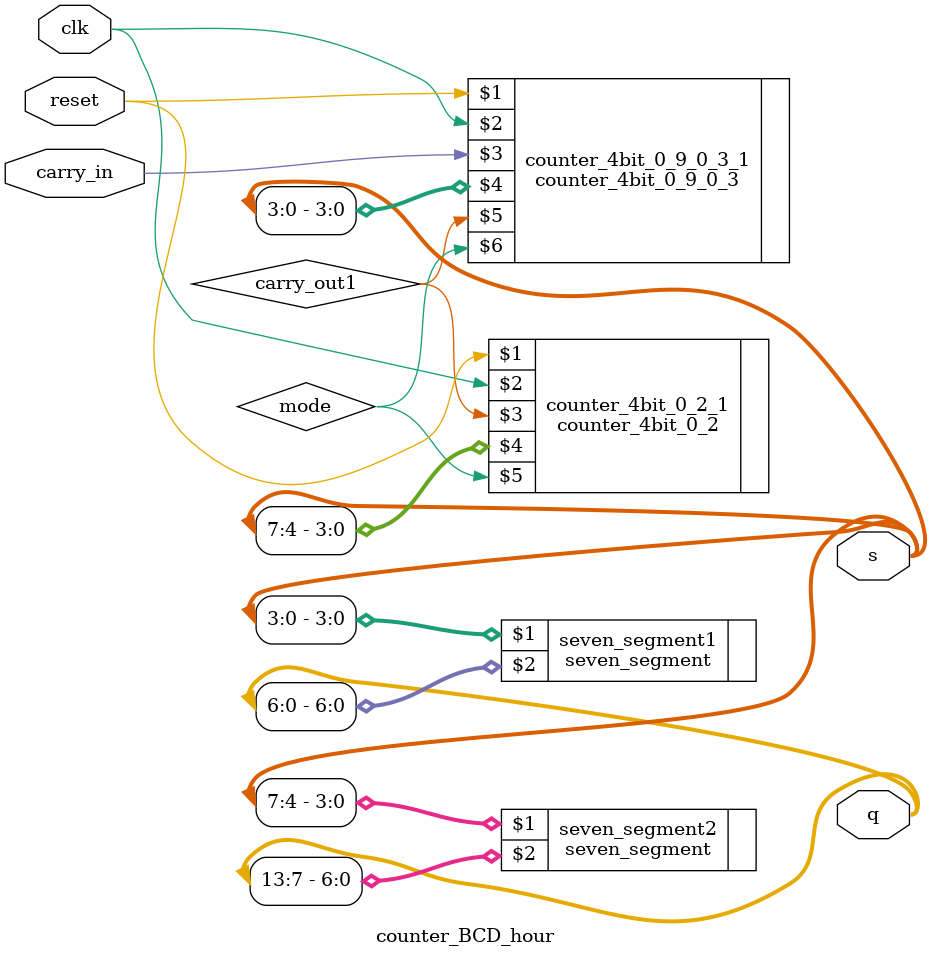
<source format=sv>
`timescale 1ns/10ps
module counter_BCD_hour(
	input reset,					//重置
	input clk,						//時脈
	input carry_in,
	output logic [13:0] q,	   //輸出
	output logic [7:0] s       //輸出16進位，方便debug
);

logic carry_out1,mode;

//計數器，負責個位數，得到的值存在s[3:0]裡，進位放在carry_out1，模式選擇控制是0~3還是0~9
counter_4bit_0_9_0_3 counter_4bit_0_9_0_3_1(reset, clk, carry_in, s[3:0], carry_out1,mode);

//計數器，負責十位數，只有個位數有進位時才要+1,所以carry_in的位置放carry_out1，得到的值存在s[7:4]裡，進位放在carry_out2
counter_4bit_0_2 counter_4bit_0_2_1(reset, clk, carry_out1, s[7:4], mode);

//個位數的七段顯示器，將s[3:0]轉成七段顯示
seven_segment seven_segment1(s[3:0],q[6:0]); 

//個位數的七段顯示器，將s[7:4]轉成七段顯示
seven_segment seven_segment2(s[7:4],q[13:7]);
	
endmodule

</source>
